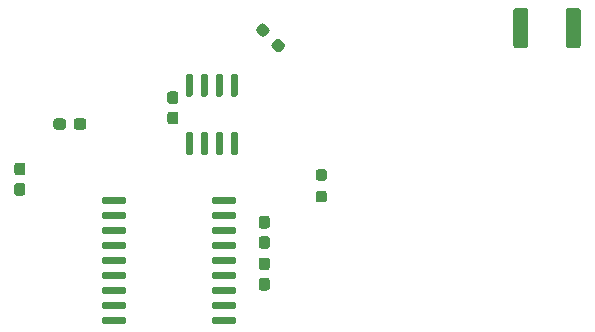
<source format=gbr>
%TF.GenerationSoftware,KiCad,Pcbnew,5.1.7-a382d34a8~88~ubuntu18.04.1*%
%TF.CreationDate,2021-02-25T09:30:43-05:00*%
%TF.ProjectId,DaqBoard,44617142-6f61-4726-942e-6b696361645f,rev?*%
%TF.SameCoordinates,Original*%
%TF.FileFunction,Paste,Bot*%
%TF.FilePolarity,Positive*%
%FSLAX46Y46*%
G04 Gerber Fmt 4.6, Leading zero omitted, Abs format (unit mm)*
G04 Created by KiCad (PCBNEW 5.1.7-a382d34a8~88~ubuntu18.04.1) date 2021-02-25 09:30:43*
%MOMM*%
%LPD*%
G01*
G04 APERTURE LIST*
G04 APERTURE END LIST*
%TO.C,C1*%
G36*
G01*
X115459500Y-98215500D02*
X115934500Y-98215500D01*
G75*
G02*
X116172000Y-98453000I0J-237500D01*
G01*
X116172000Y-99053000D01*
G75*
G02*
X115934500Y-99290500I-237500J0D01*
G01*
X115459500Y-99290500D01*
G75*
G02*
X115222000Y-99053000I0J237500D01*
G01*
X115222000Y-98453000D01*
G75*
G02*
X115459500Y-98215500I237500J0D01*
G01*
G37*
G36*
G01*
X115459500Y-96490500D02*
X115934500Y-96490500D01*
G75*
G02*
X116172000Y-96728000I0J-237500D01*
G01*
X116172000Y-97328000D01*
G75*
G02*
X115934500Y-97565500I-237500J0D01*
G01*
X115459500Y-97565500D01*
G75*
G02*
X115222000Y-97328000I0J237500D01*
G01*
X115222000Y-96728000D01*
G75*
G02*
X115459500Y-96490500I237500J0D01*
G01*
G37*
%TD*%
%TO.C,U4*%
G36*
G01*
X134008000Y-90891000D02*
X133708000Y-90891000D01*
G75*
G02*
X133558000Y-90741000I0J150000D01*
G01*
X133558000Y-89091000D01*
G75*
G02*
X133708000Y-88941000I150000J0D01*
G01*
X134008000Y-88941000D01*
G75*
G02*
X134158000Y-89091000I0J-150000D01*
G01*
X134158000Y-90741000D01*
G75*
G02*
X134008000Y-90891000I-150000J0D01*
G01*
G37*
G36*
G01*
X132738000Y-90891000D02*
X132438000Y-90891000D01*
G75*
G02*
X132288000Y-90741000I0J150000D01*
G01*
X132288000Y-89091000D01*
G75*
G02*
X132438000Y-88941000I150000J0D01*
G01*
X132738000Y-88941000D01*
G75*
G02*
X132888000Y-89091000I0J-150000D01*
G01*
X132888000Y-90741000D01*
G75*
G02*
X132738000Y-90891000I-150000J0D01*
G01*
G37*
G36*
G01*
X131468000Y-90891000D02*
X131168000Y-90891000D01*
G75*
G02*
X131018000Y-90741000I0J150000D01*
G01*
X131018000Y-89091000D01*
G75*
G02*
X131168000Y-88941000I150000J0D01*
G01*
X131468000Y-88941000D01*
G75*
G02*
X131618000Y-89091000I0J-150000D01*
G01*
X131618000Y-90741000D01*
G75*
G02*
X131468000Y-90891000I-150000J0D01*
G01*
G37*
G36*
G01*
X130198000Y-90891000D02*
X129898000Y-90891000D01*
G75*
G02*
X129748000Y-90741000I0J150000D01*
G01*
X129748000Y-89091000D01*
G75*
G02*
X129898000Y-88941000I150000J0D01*
G01*
X130198000Y-88941000D01*
G75*
G02*
X130348000Y-89091000I0J-150000D01*
G01*
X130348000Y-90741000D01*
G75*
G02*
X130198000Y-90891000I-150000J0D01*
G01*
G37*
G36*
G01*
X130198000Y-95841000D02*
X129898000Y-95841000D01*
G75*
G02*
X129748000Y-95691000I0J150000D01*
G01*
X129748000Y-94041000D01*
G75*
G02*
X129898000Y-93891000I150000J0D01*
G01*
X130198000Y-93891000D01*
G75*
G02*
X130348000Y-94041000I0J-150000D01*
G01*
X130348000Y-95691000D01*
G75*
G02*
X130198000Y-95841000I-150000J0D01*
G01*
G37*
G36*
G01*
X131468000Y-95841000D02*
X131168000Y-95841000D01*
G75*
G02*
X131018000Y-95691000I0J150000D01*
G01*
X131018000Y-94041000D01*
G75*
G02*
X131168000Y-93891000I150000J0D01*
G01*
X131468000Y-93891000D01*
G75*
G02*
X131618000Y-94041000I0J-150000D01*
G01*
X131618000Y-95691000D01*
G75*
G02*
X131468000Y-95841000I-150000J0D01*
G01*
G37*
G36*
G01*
X132738000Y-95841000D02*
X132438000Y-95841000D01*
G75*
G02*
X132288000Y-95691000I0J150000D01*
G01*
X132288000Y-94041000D01*
G75*
G02*
X132438000Y-93891000I150000J0D01*
G01*
X132738000Y-93891000D01*
G75*
G02*
X132888000Y-94041000I0J-150000D01*
G01*
X132888000Y-95691000D01*
G75*
G02*
X132738000Y-95841000I-150000J0D01*
G01*
G37*
G36*
G01*
X134008000Y-95841000D02*
X133708000Y-95841000D01*
G75*
G02*
X133558000Y-95691000I0J150000D01*
G01*
X133558000Y-94041000D01*
G75*
G02*
X133708000Y-93891000I150000J0D01*
G01*
X134008000Y-93891000D01*
G75*
G02*
X134158000Y-94041000I0J-150000D01*
G01*
X134158000Y-95691000D01*
G75*
G02*
X134008000Y-95841000I-150000J0D01*
G01*
G37*
%TD*%
%TO.C,U3*%
G36*
G01*
X124723000Y-99545000D02*
X124723000Y-99845000D01*
G75*
G02*
X124573000Y-99995000I-150000J0D01*
G01*
X122823000Y-99995000D01*
G75*
G02*
X122673000Y-99845000I0J150000D01*
G01*
X122673000Y-99545000D01*
G75*
G02*
X122823000Y-99395000I150000J0D01*
G01*
X124573000Y-99395000D01*
G75*
G02*
X124723000Y-99545000I0J-150000D01*
G01*
G37*
G36*
G01*
X124723000Y-100815000D02*
X124723000Y-101115000D01*
G75*
G02*
X124573000Y-101265000I-150000J0D01*
G01*
X122823000Y-101265000D01*
G75*
G02*
X122673000Y-101115000I0J150000D01*
G01*
X122673000Y-100815000D01*
G75*
G02*
X122823000Y-100665000I150000J0D01*
G01*
X124573000Y-100665000D01*
G75*
G02*
X124723000Y-100815000I0J-150000D01*
G01*
G37*
G36*
G01*
X124723000Y-102085000D02*
X124723000Y-102385000D01*
G75*
G02*
X124573000Y-102535000I-150000J0D01*
G01*
X122823000Y-102535000D01*
G75*
G02*
X122673000Y-102385000I0J150000D01*
G01*
X122673000Y-102085000D01*
G75*
G02*
X122823000Y-101935000I150000J0D01*
G01*
X124573000Y-101935000D01*
G75*
G02*
X124723000Y-102085000I0J-150000D01*
G01*
G37*
G36*
G01*
X124723000Y-103355000D02*
X124723000Y-103655000D01*
G75*
G02*
X124573000Y-103805000I-150000J0D01*
G01*
X122823000Y-103805000D01*
G75*
G02*
X122673000Y-103655000I0J150000D01*
G01*
X122673000Y-103355000D01*
G75*
G02*
X122823000Y-103205000I150000J0D01*
G01*
X124573000Y-103205000D01*
G75*
G02*
X124723000Y-103355000I0J-150000D01*
G01*
G37*
G36*
G01*
X124723000Y-104625000D02*
X124723000Y-104925000D01*
G75*
G02*
X124573000Y-105075000I-150000J0D01*
G01*
X122823000Y-105075000D01*
G75*
G02*
X122673000Y-104925000I0J150000D01*
G01*
X122673000Y-104625000D01*
G75*
G02*
X122823000Y-104475000I150000J0D01*
G01*
X124573000Y-104475000D01*
G75*
G02*
X124723000Y-104625000I0J-150000D01*
G01*
G37*
G36*
G01*
X124723000Y-105895000D02*
X124723000Y-106195000D01*
G75*
G02*
X124573000Y-106345000I-150000J0D01*
G01*
X122823000Y-106345000D01*
G75*
G02*
X122673000Y-106195000I0J150000D01*
G01*
X122673000Y-105895000D01*
G75*
G02*
X122823000Y-105745000I150000J0D01*
G01*
X124573000Y-105745000D01*
G75*
G02*
X124723000Y-105895000I0J-150000D01*
G01*
G37*
G36*
G01*
X124723000Y-107165000D02*
X124723000Y-107465000D01*
G75*
G02*
X124573000Y-107615000I-150000J0D01*
G01*
X122823000Y-107615000D01*
G75*
G02*
X122673000Y-107465000I0J150000D01*
G01*
X122673000Y-107165000D01*
G75*
G02*
X122823000Y-107015000I150000J0D01*
G01*
X124573000Y-107015000D01*
G75*
G02*
X124723000Y-107165000I0J-150000D01*
G01*
G37*
G36*
G01*
X124723000Y-108435000D02*
X124723000Y-108735000D01*
G75*
G02*
X124573000Y-108885000I-150000J0D01*
G01*
X122823000Y-108885000D01*
G75*
G02*
X122673000Y-108735000I0J150000D01*
G01*
X122673000Y-108435000D01*
G75*
G02*
X122823000Y-108285000I150000J0D01*
G01*
X124573000Y-108285000D01*
G75*
G02*
X124723000Y-108435000I0J-150000D01*
G01*
G37*
G36*
G01*
X124723000Y-109705000D02*
X124723000Y-110005000D01*
G75*
G02*
X124573000Y-110155000I-150000J0D01*
G01*
X122823000Y-110155000D01*
G75*
G02*
X122673000Y-110005000I0J150000D01*
G01*
X122673000Y-109705000D01*
G75*
G02*
X122823000Y-109555000I150000J0D01*
G01*
X124573000Y-109555000D01*
G75*
G02*
X124723000Y-109705000I0J-150000D01*
G01*
G37*
G36*
G01*
X134023000Y-109705000D02*
X134023000Y-110005000D01*
G75*
G02*
X133873000Y-110155000I-150000J0D01*
G01*
X132123000Y-110155000D01*
G75*
G02*
X131973000Y-110005000I0J150000D01*
G01*
X131973000Y-109705000D01*
G75*
G02*
X132123000Y-109555000I150000J0D01*
G01*
X133873000Y-109555000D01*
G75*
G02*
X134023000Y-109705000I0J-150000D01*
G01*
G37*
G36*
G01*
X134023000Y-108435000D02*
X134023000Y-108735000D01*
G75*
G02*
X133873000Y-108885000I-150000J0D01*
G01*
X132123000Y-108885000D01*
G75*
G02*
X131973000Y-108735000I0J150000D01*
G01*
X131973000Y-108435000D01*
G75*
G02*
X132123000Y-108285000I150000J0D01*
G01*
X133873000Y-108285000D01*
G75*
G02*
X134023000Y-108435000I0J-150000D01*
G01*
G37*
G36*
G01*
X134023000Y-107165000D02*
X134023000Y-107465000D01*
G75*
G02*
X133873000Y-107615000I-150000J0D01*
G01*
X132123000Y-107615000D01*
G75*
G02*
X131973000Y-107465000I0J150000D01*
G01*
X131973000Y-107165000D01*
G75*
G02*
X132123000Y-107015000I150000J0D01*
G01*
X133873000Y-107015000D01*
G75*
G02*
X134023000Y-107165000I0J-150000D01*
G01*
G37*
G36*
G01*
X134023000Y-105895000D02*
X134023000Y-106195000D01*
G75*
G02*
X133873000Y-106345000I-150000J0D01*
G01*
X132123000Y-106345000D01*
G75*
G02*
X131973000Y-106195000I0J150000D01*
G01*
X131973000Y-105895000D01*
G75*
G02*
X132123000Y-105745000I150000J0D01*
G01*
X133873000Y-105745000D01*
G75*
G02*
X134023000Y-105895000I0J-150000D01*
G01*
G37*
G36*
G01*
X134023000Y-104625000D02*
X134023000Y-104925000D01*
G75*
G02*
X133873000Y-105075000I-150000J0D01*
G01*
X132123000Y-105075000D01*
G75*
G02*
X131973000Y-104925000I0J150000D01*
G01*
X131973000Y-104625000D01*
G75*
G02*
X132123000Y-104475000I150000J0D01*
G01*
X133873000Y-104475000D01*
G75*
G02*
X134023000Y-104625000I0J-150000D01*
G01*
G37*
G36*
G01*
X134023000Y-103355000D02*
X134023000Y-103655000D01*
G75*
G02*
X133873000Y-103805000I-150000J0D01*
G01*
X132123000Y-103805000D01*
G75*
G02*
X131973000Y-103655000I0J150000D01*
G01*
X131973000Y-103355000D01*
G75*
G02*
X132123000Y-103205000I150000J0D01*
G01*
X133873000Y-103205000D01*
G75*
G02*
X134023000Y-103355000I0J-150000D01*
G01*
G37*
G36*
G01*
X134023000Y-102085000D02*
X134023000Y-102385000D01*
G75*
G02*
X133873000Y-102535000I-150000J0D01*
G01*
X132123000Y-102535000D01*
G75*
G02*
X131973000Y-102385000I0J150000D01*
G01*
X131973000Y-102085000D01*
G75*
G02*
X132123000Y-101935000I150000J0D01*
G01*
X133873000Y-101935000D01*
G75*
G02*
X134023000Y-102085000I0J-150000D01*
G01*
G37*
G36*
G01*
X134023000Y-100815000D02*
X134023000Y-101115000D01*
G75*
G02*
X133873000Y-101265000I-150000J0D01*
G01*
X132123000Y-101265000D01*
G75*
G02*
X131973000Y-101115000I0J150000D01*
G01*
X131973000Y-100815000D01*
G75*
G02*
X132123000Y-100665000I150000J0D01*
G01*
X133873000Y-100665000D01*
G75*
G02*
X134023000Y-100815000I0J-150000D01*
G01*
G37*
G36*
G01*
X134023000Y-99545000D02*
X134023000Y-99845000D01*
G75*
G02*
X133873000Y-99995000I-150000J0D01*
G01*
X132123000Y-99995000D01*
G75*
G02*
X131973000Y-99845000I0J150000D01*
G01*
X131973000Y-99545000D01*
G75*
G02*
X132123000Y-99395000I150000J0D01*
G01*
X133873000Y-99395000D01*
G75*
G02*
X134023000Y-99545000I0J-150000D01*
G01*
G37*
%TD*%
%TO.C,R5*%
G36*
G01*
X136788583Y-85449507D02*
X136452707Y-85785383D01*
G75*
G02*
X136116831Y-85785383I-167938J167938D01*
G01*
X135763277Y-85431829D01*
G75*
G02*
X135763277Y-85095953I167938J167938D01*
G01*
X136099153Y-84760077D01*
G75*
G02*
X136435029Y-84760077I167938J-167938D01*
G01*
X136788583Y-85113631D01*
G75*
G02*
X136788583Y-85449507I-167938J-167938D01*
G01*
G37*
G36*
G01*
X138079053Y-86739977D02*
X137743177Y-87075853D01*
G75*
G02*
X137407301Y-87075853I-167938J167938D01*
G01*
X137053747Y-86722299D01*
G75*
G02*
X137053747Y-86386423I167938J167938D01*
G01*
X137389623Y-86050547D01*
G75*
G02*
X137725499Y-86050547I167938J-167938D01*
G01*
X138079053Y-86404101D01*
G75*
G02*
X138079053Y-86739977I-167938J-167938D01*
G01*
G37*
%TD*%
%TO.C,R3*%
G36*
G01*
X140986500Y-98873500D02*
X141461500Y-98873500D01*
G75*
G02*
X141699000Y-99111000I0J-237500D01*
G01*
X141699000Y-99611000D01*
G75*
G02*
X141461500Y-99848500I-237500J0D01*
G01*
X140986500Y-99848500D01*
G75*
G02*
X140749000Y-99611000I0J237500D01*
G01*
X140749000Y-99111000D01*
G75*
G02*
X140986500Y-98873500I237500J0D01*
G01*
G37*
G36*
G01*
X140986500Y-97048500D02*
X141461500Y-97048500D01*
G75*
G02*
X141699000Y-97286000I0J-237500D01*
G01*
X141699000Y-97786000D01*
G75*
G02*
X141461500Y-98023500I-237500J0D01*
G01*
X140986500Y-98023500D01*
G75*
G02*
X140749000Y-97786000I0J237500D01*
G01*
X140749000Y-97286000D01*
G75*
G02*
X140986500Y-97048500I237500J0D01*
G01*
G37*
%TD*%
%TO.C,F1*%
G36*
G01*
X161910000Y-86540000D02*
X161910000Y-83640000D01*
G75*
G02*
X162160000Y-83390000I250000J0D01*
G01*
X162960000Y-83390000D01*
G75*
G02*
X163210000Y-83640000I0J-250000D01*
G01*
X163210000Y-86540000D01*
G75*
G02*
X162960000Y-86790000I-250000J0D01*
G01*
X162160000Y-86790000D01*
G75*
G02*
X161910000Y-86540000I0J250000D01*
G01*
G37*
G36*
G01*
X157460000Y-86540000D02*
X157460000Y-83640000D01*
G75*
G02*
X157710000Y-83390000I250000J0D01*
G01*
X158510000Y-83390000D01*
G75*
G02*
X158760000Y-83640000I0J-250000D01*
G01*
X158760000Y-86540000D01*
G75*
G02*
X158510000Y-86790000I-250000J0D01*
G01*
X157710000Y-86790000D01*
G75*
G02*
X157460000Y-86540000I0J250000D01*
G01*
G37*
%TD*%
%TO.C,C6*%
G36*
G01*
X128888500Y-91522500D02*
X128413500Y-91522500D01*
G75*
G02*
X128176000Y-91285000I0J237500D01*
G01*
X128176000Y-90685000D01*
G75*
G02*
X128413500Y-90447500I237500J0D01*
G01*
X128888500Y-90447500D01*
G75*
G02*
X129126000Y-90685000I0J-237500D01*
G01*
X129126000Y-91285000D01*
G75*
G02*
X128888500Y-91522500I-237500J0D01*
G01*
G37*
G36*
G01*
X128888500Y-93247500D02*
X128413500Y-93247500D01*
G75*
G02*
X128176000Y-93010000I0J237500D01*
G01*
X128176000Y-92410000D01*
G75*
G02*
X128413500Y-92172500I237500J0D01*
G01*
X128888500Y-92172500D01*
G75*
G02*
X129126000Y-92410000I0J-237500D01*
G01*
X129126000Y-93010000D01*
G75*
G02*
X128888500Y-93247500I-237500J0D01*
G01*
G37*
%TD*%
%TO.C,C4*%
G36*
G01*
X136160500Y-102713500D02*
X136635500Y-102713500D01*
G75*
G02*
X136873000Y-102951000I0J-237500D01*
G01*
X136873000Y-103551000D01*
G75*
G02*
X136635500Y-103788500I-237500J0D01*
G01*
X136160500Y-103788500D01*
G75*
G02*
X135923000Y-103551000I0J237500D01*
G01*
X135923000Y-102951000D01*
G75*
G02*
X136160500Y-102713500I237500J0D01*
G01*
G37*
G36*
G01*
X136160500Y-100988500D02*
X136635500Y-100988500D01*
G75*
G02*
X136873000Y-101226000I0J-237500D01*
G01*
X136873000Y-101826000D01*
G75*
G02*
X136635500Y-102063500I-237500J0D01*
G01*
X136160500Y-102063500D01*
G75*
G02*
X135923000Y-101826000I0J237500D01*
G01*
X135923000Y-101226000D01*
G75*
G02*
X136160500Y-100988500I237500J0D01*
G01*
G37*
%TD*%
%TO.C,C3*%
G36*
G01*
X136635500Y-105593000D02*
X136160500Y-105593000D01*
G75*
G02*
X135923000Y-105355500I0J237500D01*
G01*
X135923000Y-104755500D01*
G75*
G02*
X136160500Y-104518000I237500J0D01*
G01*
X136635500Y-104518000D01*
G75*
G02*
X136873000Y-104755500I0J-237500D01*
G01*
X136873000Y-105355500D01*
G75*
G02*
X136635500Y-105593000I-237500J0D01*
G01*
G37*
G36*
G01*
X136635500Y-107318000D02*
X136160500Y-107318000D01*
G75*
G02*
X135923000Y-107080500I0J237500D01*
G01*
X135923000Y-106480500D01*
G75*
G02*
X136160500Y-106243000I237500J0D01*
G01*
X136635500Y-106243000D01*
G75*
G02*
X136873000Y-106480500I0J-237500D01*
G01*
X136873000Y-107080500D01*
G75*
G02*
X136635500Y-107318000I-237500J0D01*
G01*
G37*
%TD*%
%TO.C,C2*%
G36*
G01*
X120262700Y-93455500D02*
X120262700Y-92980500D01*
G75*
G02*
X120500200Y-92743000I237500J0D01*
G01*
X121100200Y-92743000D01*
G75*
G02*
X121337700Y-92980500I0J-237500D01*
G01*
X121337700Y-93455500D01*
G75*
G02*
X121100200Y-93693000I-237500J0D01*
G01*
X120500200Y-93693000D01*
G75*
G02*
X120262700Y-93455500I0J237500D01*
G01*
G37*
G36*
G01*
X118537700Y-93455500D02*
X118537700Y-92980500D01*
G75*
G02*
X118775200Y-92743000I237500J0D01*
G01*
X119375200Y-92743000D01*
G75*
G02*
X119612700Y-92980500I0J-237500D01*
G01*
X119612700Y-93455500D01*
G75*
G02*
X119375200Y-93693000I-237500J0D01*
G01*
X118775200Y-93693000D01*
G75*
G02*
X118537700Y-93455500I0J237500D01*
G01*
G37*
%TD*%
M02*

</source>
